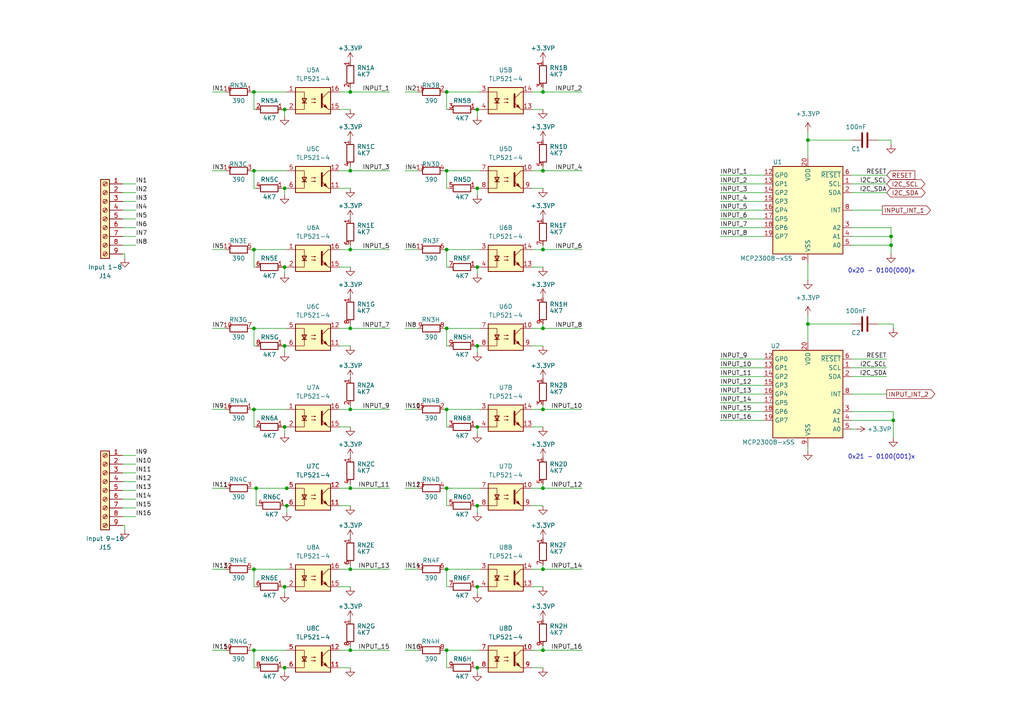
<source format=kicad_sch>
(kicad_sch (version 20230121) (generator eeschema)
  (paper "A4")
  (junction (at 101.6 95.25))
  (junction (at 138.43 31.75))
  (junction (at 129.54 141.605))
  (junction (at 234.315 93.98))
  (junction (at 138.43 77.47))
  (junction (at 82.55 193.675))
  (junction (at 157.48 118.745))
  (junction (at 82.55 100.33))
  (junction (at 259.08 121.92))
  (junction (at 83.185 146.685))
  (junction (at 73.66 165.1))
  (junction (at 82.55 170.18))
  (junction (at 74.295 141.605))
  (junction (at 73.66 118.745))
  (junction (at 138.43 100.33))
  (junction (at 157.48 188.595))
  (junction (at 234.315 40.64))
  (junction (at 258.445 71.12))
  (junction (at 101.6 188.595))
  (junction (at 129.54 118.745))
  (junction (at 101.6 72.39))
  (junction (at 73.66 72.39))
  (junction (at 101.6 26.67))
  (junction (at 138.43 54.61))
  (junction (at 82.55 31.75))
  (junction (at 157.48 49.53))
  (junction (at 83.185 141.605))
  (junction (at 157.48 165.1))
  (junction (at 73.66 95.25))
  (junction (at 157.48 26.67))
  (junction (at 157.48 141.605))
  (junction (at 138.43 193.675))
  (junction (at 129.54 72.39))
  (junction (at 129.54 188.595))
  (junction (at 138.43 123.825))
  (junction (at 101.6 118.745))
  (junction (at 101.6 49.53))
  (junction (at 138.43 170.18))
  (junction (at 82.55 77.47))
  (junction (at 101.6 165.1))
  (junction (at 129.54 49.53))
  (junction (at 73.66 188.595))
  (junction (at 157.48 95.25))
  (junction (at 157.48 72.39))
  (junction (at 129.54 165.1))
  (junction (at 82.55 123.825))
  (junction (at 73.66 49.53))
  (junction (at 82.55 54.61))
  (junction (at 129.54 95.25))
  (junction (at 138.43 146.685))
  (junction (at 258.445 68.58))
  (junction (at 101.6 141.605))
  (junction (at 129.54 26.67))
  (junction (at 73.66 26.67))
  (wire (pts (xy 157.48 49.53) (xy 168.91 49.53)))
  (wire (pts (xy 39.37 66.04) (xy 35.56 66.04)))
  (wire (pts (xy 82.55 31.75) (xy 83.185 31.75)))
  (wire (pts (xy 157.48 187.325) (xy 157.48 188.595)))
  (wire (pts (xy 73.025 165.1) (xy 73.66 165.1)))
  (wire (pts (xy 83.185 146.685) (xy 83.185 148.59)))
  (wire (pts (xy 39.37 58.42) (xy 35.56 58.42)))
  (wire (pts (xy 73.025 141.605) (xy 74.295 141.605)))
  (wire (pts (xy 154.305 49.53) (xy 157.48 49.53)))
  (wire (pts (xy 73.66 54.61) (xy 73.66 49.53)))
  (wire (pts (xy 101.6 123.825) (xy 98.425 123.825)))
  (wire (pts (xy 65.405 118.745) (xy 61.595 118.745)))
  (wire (pts (xy 39.37 71.12) (xy 35.56 71.12)))
  (wire (pts (xy 258.445 71.12) (xy 258.445 73.66)))
  (wire (pts (xy 130.175 100.33) (xy 129.54 100.33)))
  (wire (pts (xy 221.615 121.92) (xy 208.915 121.92)))
  (wire (pts (xy 81.915 77.47) (xy 82.55 77.47)))
  (wire (pts (xy 101.6 71.12) (xy 101.6 72.39)))
  (wire (pts (xy 137.795 123.825) (xy 138.43 123.825)))
  (wire (pts (xy 138.43 31.75) (xy 138.43 33.655)))
  (wire (pts (xy 101.6 163.83) (xy 101.6 165.1)))
  (wire (pts (xy 129.54 123.825) (xy 129.54 118.745)))
  (wire (pts (xy 101.6 95.25) (xy 113.03 95.25)))
  (wire (pts (xy 157.48 140.335) (xy 157.48 141.605)))
  (wire (pts (xy 138.43 123.825) (xy 138.43 125.73)))
  (wire (pts (xy 73.66 72.39) (xy 83.185 72.39)))
  (wire (pts (xy 73.025 72.39) (xy 73.66 72.39)))
  (wire (pts (xy 73.66 118.745) (xy 83.185 118.745)))
  (wire (pts (xy 101.6 93.98) (xy 101.6 95.25)))
  (wire (pts (xy 74.93 146.685) (xy 74.295 146.685)))
  (wire (pts (xy 234.315 38.1) (xy 234.315 40.64)))
  (wire (pts (xy 73.66 26.67) (xy 83.185 26.67)))
  (wire (pts (xy 138.43 77.47) (xy 139.065 77.47)))
  (wire (pts (xy 74.295 193.675) (xy 73.66 193.675)))
  (wire (pts (xy 101.6 146.685) (xy 98.425 146.685)))
  (wire (pts (xy 221.615 104.14) (xy 208.915 104.14)))
  (wire (pts (xy 157.48 141.605) (xy 168.91 141.605)))
  (wire (pts (xy 82.55 100.33) (xy 83.185 100.33)))
  (wire (pts (xy 138.43 193.675) (xy 139.065 193.675)))
  (wire (pts (xy 137.795 100.33) (xy 138.43 100.33)))
  (wire (pts (xy 101.6 141.605) (xy 113.03 141.605)))
  (wire (pts (xy 258.445 66.04) (xy 247.015 66.04)))
  (wire (pts (xy 74.295 77.47) (xy 73.66 77.47)))
  (wire (pts (xy 257.175 104.14) (xy 247.015 104.14)))
  (wire (pts (xy 138.43 146.685) (xy 139.065 146.685)))
  (wire (pts (xy 65.405 188.595) (xy 61.595 188.595)))
  (wire (pts (xy 137.795 77.47) (xy 138.43 77.47)))
  (wire (pts (xy 157.48 118.745) (xy 168.91 118.745)))
  (wire (pts (xy 154.305 95.25) (xy 157.48 95.25)))
  (wire (pts (xy 138.43 100.33) (xy 138.43 102.235)))
  (wire (pts (xy 221.615 114.3) (xy 208.915 114.3)))
  (wire (pts (xy 65.405 95.25) (xy 61.595 95.25)))
  (wire (pts (xy 101.6 26.67) (xy 113.03 26.67)))
  (wire (pts (xy 157.48 31.75) (xy 154.305 31.75)))
  (wire (pts (xy 257.175 114.3) (xy 247.015 114.3)))
  (wire (pts (xy 39.37 142.24) (xy 35.56 142.24)))
  (wire (pts (xy 83.185 146.685) (xy 83.82 146.685)))
  (wire (pts (xy 154.305 165.1) (xy 157.48 165.1)))
  (wire (pts (xy 128.905 118.745) (xy 129.54 118.745)))
  (wire (pts (xy 73.66 193.675) (xy 73.66 188.595)))
  (wire (pts (xy 39.37 134.62) (xy 35.56 134.62)))
  (wire (pts (xy 128.905 49.53) (xy 129.54 49.53)))
  (wire (pts (xy 121.285 26.67) (xy 117.475 26.67)))
  (wire (pts (xy 138.43 170.18) (xy 138.43 172.085)))
  (wire (pts (xy 39.37 63.5) (xy 35.56 63.5)))
  (wire (pts (xy 101.6 187.325) (xy 101.6 188.595)))
  (wire (pts (xy 157.48 193.675) (xy 154.305 193.675)))
  (wire (pts (xy 221.615 53.34) (xy 208.915 53.34)))
  (wire (pts (xy 247.015 71.12) (xy 258.445 71.12)))
  (wire (pts (xy 73.66 95.25) (xy 83.185 95.25)))
  (wire (pts (xy 74.295 123.825) (xy 73.66 123.825)))
  (wire (pts (xy 101.6 54.61) (xy 98.425 54.61)))
  (wire (pts (xy 98.425 118.745) (xy 101.6 118.745)))
  (wire (pts (xy 248.285 124.46) (xy 247.015 124.46)))
  (wire (pts (xy 138.43 54.61) (xy 139.065 54.61)))
  (wire (pts (xy 73.025 26.67) (xy 73.66 26.67)))
  (wire (pts (xy 39.37 68.58) (xy 35.56 68.58)))
  (wire (pts (xy 98.425 95.25) (xy 101.6 95.25)))
  (wire (pts (xy 157.48 146.685) (xy 154.305 146.685)))
  (wire (pts (xy 73.025 95.25) (xy 73.66 95.25)))
  (wire (pts (xy 117.475 49.53) (xy 121.285 49.53)))
  (wire (pts (xy 157.48 25.4) (xy 157.48 26.67)))
  (wire (pts (xy 98.425 72.39) (xy 101.6 72.39)))
  (wire (pts (xy 65.405 72.39) (xy 61.595 72.39)))
  (wire (pts (xy 98.425 188.595) (xy 101.6 188.595)))
  (wire (pts (xy 157.48 95.25) (xy 168.91 95.25)))
  (wire (pts (xy 101.6 170.18) (xy 98.425 170.18)))
  (wire (pts (xy 101.6 193.675) (xy 98.425 193.675)))
  (wire (pts (xy 36.195 73.66) (xy 36.195 74.93)))
  (wire (pts (xy 101.6 31.75) (xy 98.425 31.75)))
  (wire (pts (xy 157.48 54.61) (xy 154.305 54.61)))
  (wire (pts (xy 65.405 165.1) (xy 61.595 165.1)))
  (wire (pts (xy 73.66 123.825) (xy 73.66 118.745)))
  (wire (pts (xy 73.66 188.595) (xy 83.185 188.595)))
  (wire (pts (xy 157.48 93.98) (xy 157.48 95.25)))
  (wire (pts (xy 129.54 193.675) (xy 129.54 188.595)))
  (wire (pts (xy 98.425 165.1) (xy 101.6 165.1)))
  (wire (pts (xy 138.43 100.33) (xy 139.065 100.33)))
  (wire (pts (xy 129.54 118.745) (xy 139.065 118.745)))
  (wire (pts (xy 82.55 54.61) (xy 83.185 54.61)))
  (wire (pts (xy 157.48 48.26) (xy 157.48 49.53)))
  (wire (pts (xy 121.285 95.25) (xy 117.475 95.25)))
  (wire (pts (xy 73.66 165.1) (xy 83.185 165.1)))
  (wire (pts (xy 36.195 152.4) (xy 36.195 153.67)))
  (wire (pts (xy 129.54 54.61) (xy 129.54 49.53)))
  (wire (pts (xy 82.55 77.47) (xy 82.55 79.375)))
  (wire (pts (xy 81.915 100.33) (xy 82.55 100.33)))
  (wire (pts (xy 39.37 149.86) (xy 35.56 149.86)))
  (wire (pts (xy 73.66 77.47) (xy 73.66 72.39)))
  (wire (pts (xy 254.635 40.64) (xy 258.445 40.64)))
  (wire (pts (xy 35.56 73.66) (xy 36.195 73.66)))
  (wire (pts (xy 137.795 193.675) (xy 138.43 193.675)))
  (wire (pts (xy 137.795 170.18) (xy 138.43 170.18)))
  (wire (pts (xy 130.175 193.675) (xy 129.54 193.675)))
  (wire (pts (xy 129.54 170.18) (xy 129.54 165.1)))
  (wire (pts (xy 137.795 54.61) (xy 138.43 54.61)))
  (wire (pts (xy 129.54 146.685) (xy 129.54 141.605)))
  (wire (pts (xy 259.08 93.98) (xy 259.08 95.25)))
  (wire (pts (xy 98.425 26.67) (xy 101.6 26.67)))
  (wire (pts (xy 101.6 188.595) (xy 113.03 188.595)))
  (wire (pts (xy 81.915 54.61) (xy 82.55 54.61)))
  (wire (pts (xy 154.305 118.745) (xy 157.48 118.745)))
  (wire (pts (xy 82.55 123.825) (xy 82.55 125.73)))
  (wire (pts (xy 259.08 119.38) (xy 259.08 121.92)))
  (wire (pts (xy 83.185 141.605) (xy 83.82 141.605)))
  (wire (pts (xy 259.08 121.92) (xy 259.08 127)))
  (wire (pts (xy 157.48 77.47) (xy 154.305 77.47)))
  (wire (pts (xy 82.55 77.47) (xy 83.185 77.47)))
  (wire (pts (xy 39.37 137.16) (xy 35.56 137.16)))
  (wire (pts (xy 138.43 146.685) (xy 138.43 148.59)))
  (wire (pts (xy 247.015 93.98) (xy 234.315 93.98)))
  (wire (pts (xy 138.43 123.825) (xy 139.065 123.825)))
  (wire (pts (xy 257.175 53.34) (xy 247.015 53.34)))
  (wire (pts (xy 221.615 68.58) (xy 208.915 68.58)))
  (wire (pts (xy 82.55 146.685) (xy 83.185 146.685)))
  (wire (pts (xy 74.295 100.33) (xy 73.66 100.33)))
  (wire (pts (xy 82.55 170.18) (xy 83.185 170.18)))
  (wire (pts (xy 82.55 31.75) (xy 82.55 33.655)))
  (wire (pts (xy 247.015 121.92) (xy 259.08 121.92)))
  (wire (pts (xy 221.615 55.88) (xy 208.915 55.88)))
  (wire (pts (xy 101.6 165.1) (xy 113.03 165.1)))
  (wire (pts (xy 255.905 60.96) (xy 247.015 60.96)))
  (wire (pts (xy 39.37 60.96) (xy 35.56 60.96)))
  (wire (pts (xy 81.915 31.75) (xy 82.55 31.75)))
  (wire (pts (xy 129.54 49.53) (xy 139.065 49.53)))
  (wire (pts (xy 73.66 31.75) (xy 73.66 26.67)))
  (wire (pts (xy 121.285 118.745) (xy 117.475 118.745)))
  (wire (pts (xy 81.915 123.825) (xy 82.55 123.825)))
  (wire (pts (xy 129.54 188.595) (xy 139.065 188.595)))
  (wire (pts (xy 81.915 193.675) (xy 82.55 193.675)))
  (wire (pts (xy 130.175 123.825) (xy 129.54 123.825)))
  (wire (pts (xy 257.175 106.68) (xy 247.015 106.68)))
  (wire (pts (xy 234.315 130.81) (xy 234.315 129.54)))
  (wire (pts (xy 154.305 26.67) (xy 157.48 26.67)))
  (wire (pts (xy 154.305 188.595) (xy 157.48 188.595)))
  (wire (pts (xy 157.48 117.475) (xy 157.48 118.745)))
  (wire (pts (xy 39.37 53.34) (xy 35.56 53.34)))
  (wire (pts (xy 234.315 93.98) (xy 234.315 99.06)))
  (wire (pts (xy 98.425 141.605) (xy 101.6 141.605)))
  (wire (pts (xy 73.66 49.53) (xy 83.185 49.53)))
  (wire (pts (xy 82.55 100.33) (xy 82.55 102.235)))
  (wire (pts (xy 138.43 31.75) (xy 139.065 31.75)))
  (wire (pts (xy 128.905 72.39) (xy 129.54 72.39)))
  (wire (pts (xy 157.48 163.83) (xy 157.48 165.1)))
  (wire (pts (xy 121.285 188.595) (xy 117.475 188.595)))
  (wire (pts (xy 254.635 93.98) (xy 259.08 93.98)))
  (wire (pts (xy 221.615 116.84) (xy 208.915 116.84)))
  (wire (pts (xy 101.6 72.39) (xy 113.03 72.39)))
  (wire (pts (xy 82.55 193.675) (xy 83.185 193.675)))
  (wire (pts (xy 234.315 76.2) (xy 234.315 81.28)))
  (wire (pts (xy 65.405 49.53) (xy 61.595 49.53)))
  (wire (pts (xy 65.405 26.67) (xy 61.595 26.67)))
  (wire (pts (xy 101.6 25.4) (xy 101.6 26.67)))
  (wire (pts (xy 257.175 50.8) (xy 247.015 50.8)))
  (wire (pts (xy 138.43 77.47) (xy 138.43 79.375)))
  (wire (pts (xy 121.285 72.39) (xy 117.475 72.39)))
  (wire (pts (xy 73.025 118.745) (xy 73.66 118.745)))
  (wire (pts (xy 73.025 49.53) (xy 73.66 49.53)))
  (wire (pts (xy 39.37 139.7) (xy 35.56 139.7)))
  (wire (pts (xy 73.025 188.595) (xy 73.66 188.595)))
  (wire (pts (xy 221.615 111.76) (xy 208.915 111.76)))
  (wire (pts (xy 74.295 54.61) (xy 73.66 54.61)))
  (wire (pts (xy 258.445 66.04) (xy 258.445 68.58)))
  (wire (pts (xy 39.37 55.88) (xy 35.56 55.88)))
  (wire (pts (xy 221.615 58.42) (xy 208.915 58.42)))
  (wire (pts (xy 129.54 95.25) (xy 139.065 95.25)))
  (wire (pts (xy 157.48 170.18) (xy 154.305 170.18)))
  (wire (pts (xy 65.405 141.605) (xy 61.595 141.605)))
  (wire (pts (xy 73.66 100.33) (xy 73.66 95.25)))
  (wire (pts (xy 258.445 68.58) (xy 258.445 71.12)))
  (wire (pts (xy 74.295 31.75) (xy 73.66 31.75)))
  (wire (pts (xy 101.6 100.33) (xy 98.425 100.33)))
  (wire (pts (xy 101.6 117.475) (xy 101.6 118.745)))
  (wire (pts (xy 82.55 170.18) (xy 82.55 172.085)))
  (wire (pts (xy 74.295 141.605) (xy 83.185 141.605)))
  (wire (pts (xy 154.305 141.605) (xy 157.48 141.605)))
  (wire (pts (xy 130.175 146.685) (xy 129.54 146.685)))
  (wire (pts (xy 130.175 77.47) (xy 129.54 77.47)))
  (wire (pts (xy 129.54 141.605) (xy 139.065 141.605)))
  (wire (pts (xy 157.48 72.39) (xy 168.91 72.39)))
  (wire (pts (xy 101.6 77.47) (xy 98.425 77.47)))
  (wire (pts (xy 258.445 40.64) (xy 258.445 41.91)))
  (wire (pts (xy 74.295 170.18) (xy 73.66 170.18)))
  (wire (pts (xy 137.795 31.75) (xy 138.43 31.75)))
  (wire (pts (xy 128.905 141.605) (xy 129.54 141.605)))
  (wire (pts (xy 101.6 48.26) (xy 101.6 49.53)))
  (wire (pts (xy 101.6 118.745) (xy 113.03 118.745)))
  (wire (pts (xy 221.615 60.96) (xy 208.915 60.96)))
  (wire (pts (xy 129.54 165.1) (xy 139.065 165.1)))
  (wire (pts (xy 101.6 140.335) (xy 101.6 141.605)))
  (wire (pts (xy 130.175 170.18) (xy 129.54 170.18)))
  (wire (pts (xy 129.54 26.67) (xy 139.065 26.67)))
  (wire (pts (xy 221.615 66.04) (xy 208.915 66.04)))
  (wire (pts (xy 130.175 31.75) (xy 129.54 31.75)))
  (wire (pts (xy 234.315 91.44) (xy 234.315 93.98)))
  (wire (pts (xy 221.615 119.38) (xy 208.915 119.38)))
  (wire (pts (xy 157.48 188.595) (xy 168.91 188.595)))
  (wire (pts (xy 157.48 100.33) (xy 154.305 100.33)))
  (wire (pts (xy 82.55 123.825) (xy 83.185 123.825)))
  (wire (pts (xy 129.54 31.75) (xy 129.54 26.67)))
  (wire (pts (xy 128.905 165.1) (xy 129.54 165.1)))
  (wire (pts (xy 221.615 63.5) (xy 208.915 63.5)))
  (wire (pts (xy 221.615 109.22) (xy 208.915 109.22)))
  (wire (pts (xy 82.55 54.61) (xy 82.55 56.515)))
  (wire (pts (xy 157.48 26.67) (xy 168.91 26.67)))
  (wire (pts (xy 157.48 165.1) (xy 168.91 165.1)))
  (wire (pts (xy 137.795 146.685) (xy 138.43 146.685)))
  (wire (pts (xy 101.6 49.53) (xy 113.03 49.53)))
  (wire (pts (xy 39.37 147.32) (xy 35.56 147.32)))
  (wire (pts (xy 129.54 77.47) (xy 129.54 72.39)))
  (wire (pts (xy 121.285 165.1) (xy 117.475 165.1)))
  (wire (pts (xy 81.915 170.18) (xy 82.55 170.18)))
  (wire (pts (xy 74.295 146.685) (xy 74.295 141.605)))
  (wire (pts (xy 221.615 50.8) (xy 208.915 50.8)))
  (wire (pts (xy 128.905 95.25) (xy 129.54 95.25)))
  (wire (pts (xy 157.48 71.12) (xy 157.48 72.39)))
  (wire (pts (xy 129.54 72.39) (xy 139.065 72.39)))
  (wire (pts (xy 121.285 141.605) (xy 117.475 141.605)))
  (wire (pts (xy 234.315 40.64) (xy 234.315 45.72)))
  (wire (pts (xy 128.905 188.595) (xy 129.54 188.595)))
  (wire (pts (xy 138.43 170.18) (xy 139.065 170.18)))
  (wire (pts (xy 35.56 152.4) (xy 36.195 152.4)))
  (wire (pts (xy 82.55 193.675) (xy 82.55 194.945)))
  (wire (pts (xy 154.305 72.39) (xy 157.48 72.39)))
  (wire (pts (xy 157.48 123.825) (xy 154.305 123.825)))
  (wire (pts (xy 221.615 106.68) (xy 208.915 106.68)))
  (wire (pts (xy 128.905 26.67) (xy 129.54 26.67)))
  (wire (pts (xy 138.43 193.675) (xy 138.43 194.945)))
  (wire (pts (xy 138.43 54.61) (xy 138.43 56.515)))
  (wire (pts (xy 39.37 132.08) (xy 35.56 132.08)))
  (wire (pts (xy 247.015 40.64) (xy 234.315 40.64)))
  (wire (pts (xy 98.425 49.53) (xy 101.6 49.53)))
  (wire (pts (xy 247.015 68.58) (xy 258.445 68.58)))
  (wire (pts (xy 73.66 170.18) (xy 73.66 165.1)))
  (wire (pts (xy 39.37 144.78) (xy 35.56 144.78)))
  (wire (pts (xy 129.54 100.33) (xy 129.54 95.25)))
  (wire (pts (xy 257.175 55.88) (xy 247.015 55.88)))
  (wire (pts (xy 259.08 119.38) (xy 247.015 119.38)))
  (wire (pts (xy 130.175 54.61) (xy 129.54 54.61)))
  (wire (pts (xy 257.175 109.22) (xy 247.015 109.22)))
  (text "0x21 - 0100(001)x" (at 265.43 133.35 0) (effects (font (size 1.27 1.27)) (justify right bottom)))
  (text "0x20 - 0100(000)x" (at 265.43 79.375 0) (effects (font (size 1.27 1.27)) (justify right bottom)))
  (label "IN3" (at 61.595 49.53 0))
  (label "IN16" (at 39.37 149.86 0))
  (label "INPUT_11" (at 113.03 141.605 180))
  (label "IN1" (at 39.37 53.34 0))
  (label "INPUT_16" (at 168.91 188.595 180))
  (label "I2C_SCL" (at 257.175 106.68 180))
  (label "INPUT_8" (at 208.915 68.58 0))
  (label "IN8" (at 39.37 71.12 0))
  (label "IN13" (at 61.595 165.1 0))
  (label "IN10" (at 39.37 134.62 0))
  (label "RESET" (at 257.175 50.8 180))
  (label "IN2" (at 39.37 55.88 0))
  (label "INPUT_11" (at 208.915 109.22 0))
  (label "IN9" (at 39.37 132.08 0))
  (label "IN12" (at 117.475 141.605 0))
  (label "INPUT_5" (at 208.915 60.96 0))
  (label "INPUT_15" (at 113.03 188.595 180))
  (label "INPUT_9" (at 113.03 118.745 180))
  (label "IN8" (at 117.475 95.25 0))
  (label "INPUT_7" (at 113.03 95.25 180))
  (label "INPUT_13" (at 113.03 165.1 180))
  (label "INPUT_1" (at 208.915 50.8 0))
  (label "IN16" (at 117.475 188.595 0))
  (label "IN13" (at 39.37 142.24 0))
  (label "IN15" (at 39.37 147.32 0))
  (label "I2C_SCL" (at 257.175 53.34 180))
  (label "IN14" (at 117.475 165.1 0))
  (label "INPUT_13" (at 208.915 114.3 0))
  (label "INPUT_15" (at 208.915 119.38 0))
  (label "INPUT_2" (at 208.915 53.34 0))
  (label "I2C_SDA" (at 257.175 55.88 180))
  (label "INPUT_8" (at 168.91 95.25 180))
  (label "INPUT_12" (at 168.91 141.605 180))
  (label "INPUT_12" (at 208.915 111.76 0))
  (label "INPUT_5" (at 113.03 72.39 180))
  (label "INPUT_9" (at 208.915 104.14 0))
  (label "IN7" (at 61.595 95.25 0))
  (label "IN5" (at 39.37 63.5 0))
  (label "IN6" (at 117.475 72.39 0))
  (label "RESET" (at 257.175 104.14 180))
  (label "IN15" (at 61.595 188.595 0))
  (label "I2C_SDA" (at 257.175 109.22 180))
  (label "INPUT_6" (at 168.91 72.39 180))
  (label "INPUT_4" (at 208.915 58.42 0))
  (label "INPUT_4" (at 168.91 49.53 180))
  (label "IN4" (at 117.475 49.53 0))
  (label "INPUT_1" (at 113.03 26.67 180))
  (label "IN11" (at 61.595 141.605 0))
  (label "IN3" (at 39.37 58.42 0))
  (label "INPUT_7" (at 208.915 66.04 0))
  (label "INPUT_2" (at 168.91 26.67 180))
  (label "INPUT_16" (at 208.915 121.92 0))
  (label "IN6" (at 39.37 66.04 0))
  (label "IN4" (at 39.37 60.96 0))
  (label "IN1" (at 61.595 26.67 0))
  (label "IN14" (at 39.37 144.78 0))
  (label "IN10" (at 117.475 118.745 0))
  (label "INPUT_14" (at 168.91 165.1 180))
  (label "INPUT_3" (at 113.03 49.53 180))
  (label "INPUT_10" (at 208.915 106.68 0))
  (label "INPUT_10" (at 168.91 118.745 180))
  (label "IN7" (at 39.37 68.58 0))
  (label "IN12" (at 39.37 139.7 0))
  (label "IN11" (at 39.37 137.16 0))
  (label "IN5" (at 61.595 72.39 0))
  (label "IN9" (at 61.595 118.745 0))
  (label "INPUT_6" (at 208.915 63.5 0))
  (label "INPUT_3" (at 208.915 55.88 0))
  (label "IN2" (at 117.475 26.67 0))
  (label "INPUT_14" (at 208.915 116.84 0))
  (global_label "RESET" (shape input) (at 257.175 50.8 0) (property "Intersheetrefs" "${INTERSHEET_REFS}" (effects hide)))
  (global_label "I2C_SDA" (shape bidirectional) (at 257.175 55.88 0) (property "Intersheetrefs" "${INTERSHEET_REFS}" (effects hide)))
  (global_label "INPUT_INT_2" (shape output) (at 257.175 114.3 0) (property "Intersheetrefs" "${INTERSHEET_REFS}" (effects hide)))
  (global_label "I2C_SCL" (shape bidirectional) (at 257.175 53.34 0) (property "Intersheetrefs" "${INTERSHEET_REFS}" (effects hide)))
  (global_label "INPUT_INT_1" (shape output) (at 255.905 60.96 0) (property "Intersheetrefs" "${INTERSHEET_REFS}" (effects hide)))
  (symbol (lib_id "power:+3.3VP") (at 157.48 132.715 0) (mirror y) (unit 1)
    (property "Reference" "#PWR032" (effects hide))
    (property "Value" "+3.3VP" (at 157.48 128.905 0))
  )
  (symbol (lib_id "Device:R_Pack08_Split") (at 125.095 188.595 90) (unit 8)
    (property "Reference" "RN4" (at 127.635 186.055 90) (effects (justify left)))
    (property "Value" "390" (at 127 191.135 90) (effects (justify left)))
    (property "Footprint" "Package_SO:SOIC-16_4.55x10.3mm_P1.27mm" (effects hide))
    (property "Digikey" "4816P-1-391LF" (effects hide))
  )
  (symbol (lib_id "power:GND") (at 234.315 130.81 0) (mirror y) (unit 1)
    (property "Reference" "#PWR0103" (effects hide))
    (property "Value" "GND" (effects hide))
  )
  (symbol (lib_id "Isolator:TLP291-4") (at 90.805 167.64 0) (unit 1)
    (property "Reference" "U8" (at 90.805 158.75 0))
    (property "Value" "TLP521-4" (at 90.805 161.29 0))
    (property "Footprint" "Package_SO:SOIC-16_4.55x10.3mm_P1.27mm" (effects hide))
    (property "Datasheet" "https://toshiba.semicon-storage.com/info/docget.jsp?did=12858&prodName=TLP291-4" (effects hide))
  )
  (symbol (lib_id "power:+3.3VP") (at 234.315 38.1 0) (mirror y) (unit 1)
    (property "Reference" "#PWR018" (effects hide))
    (property "Value" "+3.3VP" (at 234.315 33.02 0))
  )
  (symbol (lib_id "Device:R_Network08_Split") (at 101.6 21.59 0) (unit 1)
    (property "Reference" "RN1" (at 103.505 19.685 0) (effects (justify left)))
    (property "Value" "4K7" (at 103.505 21.59 0) (effects (justify left)))
    (property "Footprint" "Resistor_THT:R_Array_SIP9" (effects hide))
    (property "Datasheet" "http://www.vishay.com/docs/31509/csc.pdf" (effects hide))
  )
  (symbol (lib_id "Device:R_Network08_Split") (at 133.985 54.61 270) (mirror x) (unit 4)
    (property "Reference" "RN5" (at 131.445 52.07 90) (effects (justify left)))
    (property "Value" "4K7" (at 132.08 57.15 90) (effects (justify left)))
    (property "Footprint" "Resistor_THT:R_Array_SIP9" (effects hide))
    (property "Datasheet" "http://www.vishay.com/docs/31509/csc.pdf" (effects hide))
  )
  (symbol (lib_id "power:GND") (at 82.55 102.235 0) (unit 1)
    (property "Reference" "#PWR0128" (effects hide))
    (property "Value" "GND" (effects hide))
  )
  (symbol (lib_id "power:GND") (at 259.08 127 0) (mirror y) (unit 1)
    (property "Reference" "#PWR013" (effects hide))
    (property "Value" "GND" (effects hide))
  )
  (symbol (lib_id "power:GND") (at 157.48 146.685 0) (unit 1)
    (property "Reference" "#PWR020" (effects hide))
    (property "Value" "GND" (effects hide))
  )
  (symbol (lib_id "Isolator:TLP291-4") (at 90.805 29.21 0) (unit 1)
    (property "Reference" "U5" (at 90.805 20.32 0))
    (property "Value" "TLP521-4" (at 90.805 22.86 0))
    (property "Footprint" "Package_SO:SOIC-16_4.55x10.3mm_P1.27mm" (effects hide))
    (property "Datasheet" "https://toshiba.semicon-storage.com/info/docget.jsp?did=12858&prodName=TLP291-4" (effects hide))
  )
  (symbol (lib_id "power:+3.3VP") (at 248.285 124.46 270) (mirror x) (unit 1)
    (property "Reference" "#PWR017" (effects hide))
    (property "Value" "+3.3VP" (at 251.46 124.46 90) (effects (justify left)))
  )
  (symbol (lib_id "power:GND") (at 138.43 148.59 0) (unit 1)
    (property "Reference" "#PWR0133" (effects hide))
    (property "Value" "GND" (effects hide))
  )
  (symbol (lib_id "power:GND") (at 157.48 170.18 0) (unit 1)
    (property "Reference" "#PWR0105" (effects hide))
    (property "Value" "GND" (effects hide))
  )
  (symbol (lib_id "Device:R_Pack08_Split") (at 125.095 165.1 90) (unit 6)
    (property "Reference" "RN4" (at 127.635 162.56 90) (effects (justify left)))
    (property "Value" "390" (at 127 167.64 90) (effects (justify left)))
    (property "Footprint" "Package_SO:SOIC-16_4.55x10.3mm_P1.27mm" (effects hide))
    (property "Digikey" "4816P-1-391LF" (effects hide))
  )
  (symbol (lib_id "power:GND") (at 101.6 77.47 0) (unit 1)
    (property "Reference" "#PWR0114" (effects hide))
    (property "Value" "GND" (effects hide))
  )
  (symbol (lib_id "Device:R_Network08_Split") (at 78.105 77.47 270) (mirror x) (unit 5)
    (property "Reference" "RN5" (at 75.565 74.93 90) (effects (justify left)))
    (property "Value" "4K7" (at 76.2 80.01 90) (effects (justify left)))
    (property "Footprint" "Resistor_THT:R_Array_SIP9" (effects hide))
    (property "Datasheet" "http://www.vishay.com/docs/31509/csc.pdf" (effects hide))
  )
  (symbol (lib_id "Device:R_Network08_Split") (at 133.985 146.685 270) (mirror x) (unit 4)
    (property "Reference" "RN6" (at 131.445 144.145 90) (effects (justify left)))
    (property "Value" "4K7" (at 132.08 149.225 90) (effects (justify left)))
    (property "Footprint" "Resistor_THT:R_Array_SIP9" (effects hide))
    (property "Datasheet" "http://www.vishay.com/docs/31509/csc.pdf" (effects hide))
  )
  (symbol (lib_id "Device:R_Network08_Split") (at 78.74 146.685 270) (mirror x) (unit 3)
    (property "Reference" "RN6" (at 76.2 144.145 90) (effects (justify left)))
    (property "Value" "4K7" (at 76.835 149.225 90) (effects (justify left)))
    (property "Footprint" "Resistor_THT:R_Array_SIP9" (effects hide))
    (property "Datasheet" "http://www.vishay.com/docs/31509/csc.pdf" (effects hide))
  )
  (symbol (lib_id "Device:R_Network08_Split") (at 78.105 123.825 270) (mirror x) (unit 1)
    (property "Reference" "RN6" (at 75.565 121.285 90) (effects (justify left)))
    (property "Value" "4K7" (at 76.2 126.365 90) (effects (justify left)))
    (property "Footprint" "Resistor_THT:R_Array_SIP9" (effects hide))
    (property "Datasheet" "http://www.vishay.com/docs/31509/csc.pdf" (effects hide))
  )
  (symbol (lib_id "power:+3.3VP") (at 101.6 132.715 0) (mirror y) (unit 1)
    (property "Reference" "#PWR031" (effects hide))
    (property "Value" "+3.3VP" (at 101.6 128.905 0))
  )
  (symbol (lib_id "Isolator:TLP291-4") (at 90.805 191.135 0) (unit 3)
    (property "Reference" "U8" (at 90.805 182.245 0))
    (property "Value" "TLP521-4" (at 90.805 184.785 0))
    (property "Footprint" "Package_SO:SOIC-16_4.55x10.3mm_P1.27mm" (effects hide))
    (property "Datasheet" "https://toshiba.semicon-storage.com/info/docget.jsp?did=12858&prodName=TLP291-4" (effects hide))
  )
  (symbol (lib_id "Isolator:TLP291-4") (at 146.685 121.285 0) (unit 2)
    (property "Reference" "U7" (at 146.685 112.395 0))
    (property "Value" "TLP521-4" (at 146.685 114.935 0))
    (property "Footprint" "Package_SO:SOIC-16_4.55x10.3mm_P1.27mm" (effects hide))
    (property "Datasheet" "https://toshiba.semicon-storage.com/info/docget.jsp?did=12858&prodName=TLP291-4" (effects hide))
  )
  (symbol (lib_id "power:GND") (at 138.43 172.085 0) (unit 1)
    (property "Reference" "#PWR0134" (effects hide))
    (property "Value" "GND" (effects hide))
  )
  (symbol (lib_id "Device:R_Network08_Split") (at 157.48 90.17 0) (unit 8)
    (property "Reference" "RN1" (at 159.385 88.265 0) (effects (justify left)))
    (property "Value" "4K7" (at 159.385 90.17 0) (effects (justify left)))
    (property "Footprint" "Resistor_THT:R_Array_SIP9" (effects hide))
    (property "Datasheet" "http://www.vishay.com/docs/31509/csc.pdf" (effects hide))
  )
  (symbol (lib_id "power:+3.3VP") (at 101.6 63.5 0) (mirror y) (unit 1)
    (property "Reference" "#PWR025" (effects hide))
    (property "Value" "+3.3VP" (at 101.6 59.69 0))
  )
  (symbol (lib_id "power:GND") (at 157.48 77.47 0) (unit 1)
    (property "Reference" "#PWR0115" (effects hide))
    (property "Value" "GND" (effects hide))
  )
  (symbol (lib_id "Device:R_Network08_Split") (at 101.6 90.17 0) (unit 7)
    (property "Reference" "RN1" (at 103.505 88.265 0) (effects (justify left)))
    (property "Value" "4K7" (at 103.505 90.17 0) (effects (justify left)))
    (property "Footprint" "Resistor_THT:R_Array_SIP9" (effects hide))
    (property "Datasheet" "http://www.vishay.com/docs/31509/csc.pdf" (effects hide))
  )
  (symbol (lib_id "power:GND") (at 157.48 123.825 0) (unit 1)
    (property "Reference" "#PWR0111" (effects hide))
    (property "Value" "GND" (effects hide))
  )
  (symbol (lib_id "Isolator:TLP291-4") (at 90.805 144.145 0) (unit 3)
    (property "Reference" "U7" (at 90.805 135.255 0))
    (property "Value" "TLP521-4" (at 90.805 137.795 0))
    (property "Footprint" "Package_SO:SOIC-16_4.55x10.3mm_P1.27mm" (effects hide))
    (property "Datasheet" "https://toshiba.semicon-storage.com/info/docget.jsp?did=12858&prodName=TLP291-4" (effects hide))
  )
  (symbol (lib_id "power:GND") (at 101.6 146.685 0) (unit 1)
    (property "Reference" "#PWR0109" (effects hide))
    (property "Value" "GND" (effects hide))
  )
  (symbol (lib_id "Device:R_Network08_Split") (at 133.985 31.75 270) (mirror x) (unit 2)
    (property "Reference" "RN5" (at 131.445 29.21 90) (effects (justify left)))
    (property "Value" "4K7" (at 132.08 34.29 90) (effects (justify left)))
    (property "Footprint" "Resistor_THT:R_Array_SIP9" (effects hide))
    (property "Datasheet" "http://www.vishay.com/docs/31509/csc.pdf" (effects hide))
  )
  (symbol (lib_id "Device:R_Pack08_Split") (at 69.215 95.25 90) (unit 7)
    (property "Reference" "RN3" (at 71.755 92.71 90) (effects (justify left)))
    (property "Value" "390" (at 71.12 97.79 90) (effects (justify left)))
    (property "Footprint" "Package_SO:SOIC-16_4.55x10.3mm_P1.27mm" (effects hide))
    (property "Digikey" "4816P-1-391LF" (effects hide))
  )
  (symbol (lib_id "power:+3.3VP") (at 157.48 40.64 0) (mirror y) (unit 1)
    (property "Reference" "#PWR024" (effects hide))
    (property "Value" "+3.3VP" (at 157.48 36.83 0))
  )
  (symbol (lib_id "power:+3.3VP") (at 157.48 63.5 0) (mirror y) (unit 1)
    (property "Reference" "#PWR026" (effects hide))
    (property "Value" "+3.3VP" (at 157.48 59.69 0))
  )
  (symbol (lib_id "Isolator:TLP291-4") (at 146.685 167.64 0) (unit 2)
    (property "Reference" "U8" (at 146.685 158.75 0))
    (property "Value" "TLP521-4" (at 146.685 161.29 0))
    (property "Footprint" "Package_SO:SOIC-16_4.55x10.3mm_P1.27mm" (effects hide))
    (property "Datasheet" "https://toshiba.semicon-storage.com/info/docget.jsp?did=12858&prodName=TLP291-4" (effects hide))
  )
  (symbol (lib_id "Device:R_Network08_Split") (at 101.6 160.02 0) (unit 5)
    (property "Reference" "RN2" (at 103.505 158.115 0) (effects (justify left)))
    (property "Value" "4K7" (at 103.505 160.02 0) (effects (justify left)))
    (property "Footprint" "Resistor_THT:R_Array_SIP9" (effects hide))
    (property "Datasheet" "http://www.vishay.com/docs/31509/csc.pdf" (effects hide))
  )
  (symbol (lib_id "Device:R_Network08_Split") (at 133.985 77.47 270) (mirror x) (unit 6)
    (property "Reference" "RN5" (at 131.445 74.93 90) (effects (justify left)))
    (property "Value" "4K7" (at 132.08 80.01 90) (effects (justify left)))
    (property "Footprint" "Resistor_THT:R_Array_SIP9" (effects hide))
    (property "Datasheet" "http://www.vishay.com/docs/31509/csc.pdf" (effects hide))
  )
  (symbol (lib_id "power:GND") (at 101.6 193.675 0) (unit 1)
    (property "Reference" "#PWR0107" (effects hide))
    (property "Value" "GND" (effects hide))
  )
  (symbol (lib_id "power:+3.3VP") (at 157.48 156.21 0) (mirror y) (unit 1)
    (property "Reference" "#PWR034" (effects hide))
    (property "Value" "+3.3VP" (at 157.48 152.4 0))
  )
  (symbol (lib_id "Device:R_Pack08_Split") (at 69.215 49.53 90) (unit 3)
    (property "Reference" "RN3" (at 71.755 47.625 90) (effects (justify left)))
    (property "Value" "390" (at 71.12 52.07 90) (effects (justify left)))
    (property "Footprint" "Package_SO:SOIC-16_4.55x10.3mm_P1.27mm" (effects hide))
    (property "Digikey" "4816P-1-391LF" (effects hide))
  )
  (symbol (lib_id "Isolator:TLP291-4") (at 90.805 97.79 0) (unit 3)
    (property "Reference" "U6" (at 90.805 88.9 0))
    (property "Value" "TLP521-4" (at 90.805 91.44 0))
    (property "Footprint" "Package_SO:SOIC-16_4.55x10.3mm_P1.27mm" (effects hide))
    (property "Datasheet" "https://toshiba.semicon-storage.com/info/docget.jsp?did=12858&prodName=TLP291-4" (effects hide))
  )
  (symbol (lib_id "Device:R_Network08_Split") (at 157.48 113.665 0) (unit 2)
    (property "Reference" "RN2" (at 159.385 111.76 0) (effects (justify left)))
    (property "Value" "4K7" (at 159.385 113.665 0) (effects (justify left)))
    (property "Footprint" "Resistor_THT:R_Array_SIP9" (effects hide))
    (property "Datasheet" "http://www.vishay.com/docs/31509/csc.pdf" (effects hide))
  )
  (symbol (lib_id "power:GND") (at 82.55 194.945 0) (unit 1)
    (property "Reference" "#PWR0136" (effects hide))
    (property "Value" "GND" (effects hide))
  )
  (symbol (lib_id "power:GND") (at 234.315 81.28 0) (mirror y) (unit 1)
    (property "Reference" "#PWR0101" (effects hide))
    (property "Value" "GND" (effects hide))
  )
  (symbol (lib_id "Device:R_Network08_Split") (at 157.48 183.515 0) (unit 8)
    (property "Reference" "RN2" (at 159.385 181.61 0) (effects (justify left)))
    (property "Value" "4K7" (at 159.385 183.515 0) (effects (justify left)))
    (property "Footprint" "Resistor_THT:R_Array_SIP9" (effects hide))
    (property "Datasheet" "http://www.vishay.com/docs/31509/csc.pdf" (effects hide))
  )
  (symbol (lib_id "power:GND") (at 157.48 193.675 0) (unit 1)
    (property "Reference" "#PWR0108" (effects hide))
    (property "Value" "GND" (effects hide))
  )
  (symbol (lib_id "power:GND") (at 101.6 100.33 0) (unit 1)
    (property "Reference" "#PWR0112" (effects hide))
    (property "Value" "GND" (effects hide))
  )
  (symbol (lib_id "power:GND") (at 259.08 95.25 0) (mirror y) (unit 1)
    (property "Reference" "#PWR012" (effects hide))
    (property "Value" "GND" (effects hide))
  )
  (symbol (lib_id "Isolator:TLP291-4") (at 146.685 144.145 0) (unit 4)
    (property "Reference" "U7" (at 146.685 135.255 0))
    (property "Value" "TLP521-4" (at 146.685 137.795 0))
    (property "Footprint" "Package_SO:SOIC-16_4.55x10.3mm_P1.27mm" (effects hide))
    (property "Datasheet" "https://toshiba.semicon-storage.com/info/docget.jsp?did=12858&prodName=TLP291-4" (effects hide))
  )
  (symbol (lib_id "Device:R_Pack08_Split") (at 125.095 26.67 90) (unit 2)
    (property "Reference" "RN3" (at 127.635 24.765 90) (effects (justify left)))
    (property "Value" "390" (at 127 29.21 90) (effects (justify left)))
    (property "Footprint" "Package_SO:SOIC-16_4.55x10.3mm_P1.27mm" (effects hide))
    (property "Digikey" "4816P-1-391LF" (effects hide))
  )
  (symbol (lib_id "Device:R_Network08_Split") (at 101.6 136.525 0) (unit 3)
    (property "Reference" "RN2" (at 103.505 134.62 0) (effects (justify left)))
    (property "Value" "4K7" (at 103.505 136.525 0) (effects (justify left)))
    (property "Footprint" "Resistor_THT:R_Array_SIP9" (effects hide))
    (property "Datasheet" "http://www.vishay.com/docs/31509/csc.pdf" (effects hide))
  )
  (symbol (lib_id "Device:R_Network08_Split") (at 101.6 113.665 0) (unit 1)
    (property "Reference" "RN2" (at 103.505 111.76 0) (effects (justify left)))
    (property "Value" "4K7" (at 103.505 113.665 0) (effects (justify left)))
    (property "Footprint" "Resistor_THT:R_Array_SIP9" (effects hide))
    (property "Datasheet" "http://www.vishay.com/docs/31509/csc.pdf" (effects hide))
  )
  (symbol (lib_id "power:GND") (at 36.195 153.67 0) (mirror y) (unit 1)
    (property "Reference" "#PWR0121" (effects hide))
    (property "Value" "GND" (effects hide))
  )
  (symbol (lib_id "power:GND") (at 101.6 170.18 0) (unit 1)
    (property "Reference" "#PWR0106" (effects hide))
    (property "Value" "GND" (effects hide))
  )
  (symbol (lib_id "Device:R_Pack08_Split") (at 69.215 188.595 90) (unit 7)
    (property "Reference" "RN4" (at 71.755 186.055 90) (effects (justify left)))
    (property "Value" "390" (at 71.12 191.135 90) (effects (justify left)))
    (property "Footprint" "Package_SO:SOIC-16_4.55x10.3mm_P1.27mm" (effects hide))
    (property "Digikey" "4816P-1-391LF" (effects hide))
  )
  (symbol (lib_id "Device:R_Pack08_Split") (at 125.095 49.53 90) (unit 4)
    (property "Reference" "RN3" (at 127.635 47.625 90) (effects (justify left)))
    (property "Value" "390" (at 127 52.07 90) (effects (justify left)))
    (property "Footprint" "Package_SO:SOIC-16_4.55x10.3mm_P1.27mm" (effects hide))
    (property "Digikey" "4816P-1-391LF" (effects hide))
  )
  (symbol (lib_id "Connector:Screw_Terminal_01x09") (at 30.48 142.24 0) (mirror y) (unit 1)
    (property "Reference" "J15" (at 30.48 158.75 0))
    (property "Value" "Input 9-16" (at 30.48 156.21 0))
    (property "Footprint" "TerminalBlock_TE-Connectivity:TerminalBlock_TE_282834-9_1x09_P2.54mm_Horizontal" (effects hide))
  )
  (symbol (lib_id "Device:R_Pack08_Split") (at 69.215 72.39 90) (unit 5)
    (property "Reference" "RN3" (at 71.755 69.85 90) (effects (justify left)))
    (property "Value" "390" (at 71.12 74.93 90) (effects (justify left)))
    (property "Footprint" "Package_SO:SOIC-16_4.55x10.3mm_P1.27mm" (effects hide))
    (property "Digikey" "4816P-1-391LF" (effects hide))
  )
  (symbol (lib_id "Device:R_Network08_Split") (at 157.48 136.525 0) (unit 4)
    (property "Reference" "RN2" (at 159.385 134.62 0) (effects (justify left)))
    (property "Value" "4K7" (at 159.385 136.525 0) (effects (justify left)))
    (property "Footprint" "Resistor_THT:R_Array_SIP9" (effects hide))
    (property "Datasheet" "http://www.vishay.com/docs/31509/csc.pdf" (effects hide))
  )
  (symbol (lib_id "power:GND") (at 83.185 148.59 0) (unit 1)
    (property "Reference" "#PWR0132" (effects hide))
    (property "Value" "GND" (effects hide))
  )
  (symbol (lib_id "Device:R_Network08_Split") (at 133.985 170.18 270) (mirror x) (unit 6)
    (property "Reference" "RN6" (at 131.445 167.64 90) (effects (justify left)))
    (property "Value" "4K7" (at 132.08 172.72 90) (effects (justify left)))
    (property "Footprint" "Resistor_THT:R_Array_SIP9" (effects hide))
    (property "Datasheet" "http://www.vishay.com/docs/31509/csc.pdf" (effects hide))
  )
  (symbol (lib_id "Isolator:TLP291-4") (at 146.685 52.07 0) (unit 4)
    (property "Reference" "U5" (at 146.685 43.18 0))
    (property "Value" "TLP521-4" (at 146.685 45.72 0))
    (property "Footprint" "Package_SO:SOIC-16_4.55x10.3mm_P1.27mm" (effects hide))
    (property "Datasheet" "https://toshiba.semicon-storage.com/info/docget.jsp?did=12858&prodName=TLP291-4" (effects hide))
  )
  (symbol (lib_id "power:GND") (at 138.43 194.945 0) (unit 1)
    (property "Reference" "#PWR0137" (effects hide))
    (property "Value" "GND" (effects hide))
  )
  (symbol (lib_id "power:GND") (at 82.55 33.655 0) (unit 1)
    (property "Reference" "#PWR0122" (effects hide))
    (property "Value" "GND" (effects hide))
  )
  (symbol (lib_id "power:GND") (at 157.48 100.33 0) (unit 1)
    (property "Reference" "#PWR0113" (effects hide))
    (property "Value" "GND" (effects hide))
  )
  (symbol (lib_id "power:GND") (at 138.43 33.655 0) (unit 1)
    (property "Reference" "#PWR0124" (effects hide))
    (property "Value" "GND" (effects hide))
  )
  (symbol (lib_id "Isolator:TLP291-4") (at 90.805 74.93 0) (unit 1)
    (property "Reference" "U6" (at 90.805 66.04 0))
    (property "Value" "TLP521-4" (at 90.805 68.58 0))
    (property "Footprint" "Package_SO:SOIC-16_4.55x10.3mm_P1.27mm" (effects hide))
    (property "Datasheet" "https://toshiba.semicon-storage.com/info/docget.jsp?did=12858&prodName=TLP291-4" (effects hide))
  )
  (symbol (lib_id "power:GND") (at 82.55 172.085 0) (unit 1)
    (property "Reference" "#PWR0135" (effects hide))
    (property "Value" "GND" (effects hide))
  )
  (symbol (lib_id "Device:R_Network08_Split") (at 78.105 54.61 270) (mirror x) (unit 3)
    (property "Reference" "RN5" (at 75.565 52.07 90) (effects (justify left)))
    (property "Value" "4K7" (at 76.2 57.15 90) (effects (justify left)))
    (property "Footprint" "Resistor_THT:R_Array_SIP9" (effects hide))
    (property "Datasheet" "http://www.vishay.com/docs/31509/csc.pdf" (effects hide))
  )
  (symbol (lib_id "power:GND") (at 82.55 79.375 0) (unit 1)
    (property "Reference" "#PWR0126" (effects hide))
    (property "Value" "GND" (effects hide))
  )
  (symbol (lib_id "Device:C") (at 250.825 93.98 90) (mirror x) (unit 1)
    (property "Reference" "C2" (at 248.285 96.52 90))
    (property "Value" "100nF" (at 248.285 90.17 90))
    (property "Footprint" "Capacitor_SMD:C_0805_2012Metric" (effects hide))
  )
  (symbol (lib_id "power:+3.3VP") (at 157.48 17.78 0) (mirror y) (unit 1)
    (property "Reference" "#PWR022" (effects hide))
    (property "Value" "+3.3VP" (at 157.48 13.97 0))
  )
  (symbol (lib_id "Device:R_Network08_Split") (at 157.48 44.45 0) (unit 4)
    (property "Reference" "RN1" (at 159.385 42.545 0) (effects (justify left)))
    (property "Value" "4K7" (at 159.385 44.45 0) (effects (justify left)))
    (property "Footprint" "Resistor_THT:R_Array_SIP9" (effects hide))
    (property "Datasheet" "http://www.vishay.com/docs/31509/csc.pdf" (effects hide))
  )
  (symbol (lib_id "Isolator:TLP291-4") (at 146.685 191.135 0) (unit 4)
    (property "Reference" "U8" (at 146.685 182.245 0))
    (property "Value" "TLP521-4" (at 146.685 184.785 0))
    (property "Footprint" "Package_SO:SOIC-16_4.55x10.3mm_P1.27mm" (effects hide))
    (property "Datasheet" "https://toshiba.semicon-storage.com/info/docget.jsp?did=12858&prodName=TLP291-4" (effects hide))
  )
  (symbol (lib_id "power:GND") (at 258.445 73.66 0) (mirror y) (unit 1)
    (property "Reference" "#PWR016" (effects hide))
    (property "Value" "GND" (effects hide))
  )
  (symbol (lib_id "Device:R_Pack08_Split") (at 125.095 141.605 90) (unit 4)
    (property "Reference" "RN4" (at 127.635 139.065 90) (effects (justify left)))
    (property "Value" "390" (at 127 144.145 90) (effects (justify left)))
    (property "Footprint" "Package_SO:SOIC-16_4.55x10.3mm_P1.27mm" (effects hide))
    (property "Digikey" "4816P-1-391LF" (effects hide))
  )
  (symbol (lib_id "power:+3.3VP") (at 101.6 40.64 0) (mirror y) (unit 1)
    (property "Reference" "#PWR023" (effects hide))
    (property "Value" "+3.3VP" (at 101.6 36.83 0))
  )
  (symbol (lib_id "Device:R_Network08_Split") (at 157.48 21.59 0) (unit 2)
    (property "Reference" "RN1" (at 159.385 19.685 0) (effects (justify left)))
    (property "Value" "4K7" (at 159.385 21.59 0) (effects (justify left)))
    (property "Footprint" "Resistor_THT:R_Array_SIP9" (effects hide))
    (property "Datasheet" "http://www.vishay.com/docs/31509/csc.pdf" (effects hide))
  )
  (symbol (lib_id "Device:R_Network08_Split") (at 78.105 193.675 270) (mirror x) (unit 7)
    (property "Reference" "RN6" (at 75.565 191.135 90) (effects (justify left)))
    (property "Value" "4K7" (at 76.2 196.215 90) (effects (justify left)))
    (property "Footprint" "Resistor_THT:R_Array_SIP9" (effects hide))
    (property "Datasheet" "http://www.vishay.com/docs/31509/csc.pdf" (effects hide))
  )
  (symbol (lib_id "Connector:Screw_Terminal_01x09") (at 30.48 63.5 0) (mirror y) (unit 1)
    (property "Reference" "J14" (at 30.48 80.01 0))
    (property "Value" "Input 1-8" (at 30.48 77.47 0))
    (property "Footprint" "TerminalBlock_TE-Connectivity:TerminalBlock_TE_282834-9_1x09_P2.54mm_Horizontal" (effects hide))
  )
  (symbol (lib_id "Device:R_Pack08_Split") (at 69.215 141.605 90) (unit 3)
    (property "Reference" "RN4" (at 71.755 139.065 90) (effects (justify left)))
    (property "Value" "390" (at 71.12 144.145 90) (effects (justify left)))
    (property "Footprint" "Package_SO:SOIC-16_4.55x10.3mm_P1.27mm" (effects hide))
    (property "Digikey" "4816P-1-391LF" (effects hide))
  )
  (symbol (lib_id "Device:R_Pack08_Split") (at 125.095 118.745 90) (unit 2)
    (property "Reference" "RN4" (at 127.635 116.205 90) (effects (justify left)))
    (property "Value" "390" (at 127 121.285 90) (effects (justify left)))
    (property "Footprint" "Package_SO:SOIC-16_4.55x10.3mm_P1.27mm" (effects hide))
    (property "Digikey" "4816P-1-391LF" (effects hide))
  )
  (symbol (lib_id "Isolator:TLP291-4") (at 146.685 29.21 0) (unit 2)
    (property "Reference" "U5" (at 146.685 20.32 0))
    (property "Value" "TLP521-4" (at 146.685 22.86 0))
    (property "Footprint" "Package_SO:SOIC-16_4.55x10.3mm_P1.27mm" (effects hide))
    (property "Datasheet" "https://toshiba.semicon-storage.com/info/docget.jsp?did=12858&prodName=TLP291-4" (effects hide))
  )
  (symbol (lib_id "Device:R_Network08_Split") (at 133.985 193.675 270) (mirror x) (unit 8)
    (property "Reference" "RN6" (at 131.445 191.135 90) (effects (justify left)))
    (property "Value" "4K7" (at 132.08 196.215 90) (effects (justify left)))
    (property "Footprint" "Resistor_THT:R_Array_SIP9" (effects hide))
    (property "Datasheet" "http://www.vishay.com/docs/31509/csc.pdf" (effects hide))
  )
  (symbol (lib_id "power:GND") (at 258.445 41.91 0) (mirror y) (unit 1)
    (property "Reference" "#PWR015" (effects hide))
    (property "Value" "GND" (effects hide))
  )
  (symbol (lib_id "Device:R_Network08_Split") (at 133.985 100.33 270) (mirror x) (unit 8)
    (property "Reference" "RN5" (at 131.445 97.79 90) (effects (justify left)))
    (property "Value" "4K7" (at 132.08 102.87 90) (effects (justify left)))
    (property "Footprint" "Resistor_THT:R_Array_SIP9" (effects hide))
    (property "Datasheet" "http://www.vishay.com/docs/31509/csc.pdf" (effects hide))
  )
  (symbol (lib_id "power:GND") (at 82.55 125.73 0) (unit 1)
    (property "Reference" "#PWR0130" (effects hide))
    (property "Value" "GND" (effects hide))
  )
  (symbol (lib_id "Device:R_Network08_Split") (at 157.48 160.02 0) (unit 6)
    (property "Reference" "RN2" (at 159.385 158.115 0) (effects (justify left)))
    (property "Value" "4K7" (at 159.385 160.02 0) (effects (justify left)))
    (property "Footprint" "Resistor_THT:R_Array_SIP9" (effects hide))
    (property "Datasheet" "http://www.vishay.com/docs/31509/csc.pdf" (effects hide))
  )
  (symbol (lib_id "Device:R_Pack08_Split") (at 125.095 72.39 90) (unit 6)
    (property "Reference" "RN3" (at 127.635 69.85 90) (effects (justify left)))
    (property "Value" "390" (at 127 74.93 90) (effects (justify left)))
    (property "Footprint" "Package_SO:SOIC-16_4.55x10.3mm_P1.27mm" (effects hide))
    (property "Digikey" "4816P-1-391LF" (effects hide))
  )
  (symbol (lib_id "power:GND") (at 138.43 79.375 0) (unit 1)
    (property "Reference" "#PWR0127" (effects hide))
    (property "Value" "GND" (effects hide))
  )
  (symbol (lib_id "Interface_Expansion:MCP23008-xSS") (at 234.315 114.3 0) (mirror y) (unit 1)
    (property "Reference" "U2" (at 223.52 100.33 0) (effects (justify right)))
    (property "Value" "MCP23008-xSS" (at 215.265 128.27 0) (effects (justify right)))
    (property "Footprint" "Package_SO:SSOP-20_5.3x7.2mm_P0.65mm" (effects hide))
    (property "Datasheet" "http://ww1.microchip.com/downloads/en/DeviceDoc/MCP23008-MCP23S08-Data-Sheet-20001919F.pdf" (effects hide))
  )
  (symbol (lib_id "Device:R_Network08_Split") (at 157.48 67.31 0) (unit 6)
    (property "Reference" "RN1" (at 159.385 65.405 0) (effects (justify left)))
    (property "Value" "4K7" (at 159.385 67.31 0) (effects (justify left)))
    (property "Footprint" "Resistor_THT:R_Array_SIP9" (effects hide))
    (property "Datasheet" "http://www.vishay.com/docs/31509/csc.pdf" (effects hide))
  )
  (symbol (lib_id "power:+3.3VP") (at 157.48 86.36 0) (mirror y) (unit 1)
    (property "Reference" "#PWR028" (effects hide))
    (property "Value" "+3.3VP" (at 157.48 82.55 0))
  )
  (symbol (lib_id "power:GND") (at 138.43 102.235 0) (unit 1)
    (property "Reference" "#PWR0129" (effects hide))
    (property "Value" "GND" (effects hide))
  )
  (symbol (lib_id "power:+3.3VP") (at 101.6 86.36 0) (mirror y) (unit 1)
    (property "Reference" "#PWR027" (effects hide))
    (property "Value" "+3.3VP" (at 101.6 82.55 0))
  )
  (symbol (lib_id "power:+3.3VP") (at 101.6 156.21 0) (mirror y) (unit 1)
    (property "Reference" "#PWR033" (effects hide))
    (property "Value" "+3.3VP" (at 101.6 152.4 0))
  )
  (symbol (lib_id "power:GND") (at 36.195 74.93 0) (mirror y) (unit 1)
    (property "Reference" "#PWR0120" (effects hide))
    (property "Value" "GND" (effects hide))
  )
  (symbol (lib_id "power:GND") (at 157.48 31.75 0) (unit 1)
    (property "Reference" "#PWR0119" (effects hide))
    (property "Value" "GND" (effects hide))
  )
  (symbol (lib_id "Device:R_Network08_Split") (at 101.6 44.45 0) (unit 3)
    (property "Reference" "RN1" (at 103.505 42.545 0) (effects (justify left)))
    (property "Value" "4K7" (at 103.505 44.45 0) (effects (justify left)))
    (property "Footprint" "Resistor_THT:R_Array_SIP9" (effects hide))
    (property "Datasheet" "http://www.vishay.com/docs/31509/csc.pdf" (effects hide))
  )
  (symbol (lib_id "power:+3.3VP") (at 157.48 179.705 0) (mirror y) (unit 1)
    (property "Reference" "#PWR0104" (effects hide))
    (property "Value" "+3.3VP" (at 157.48 175.895 0))
  )
  (symbol (lib_id "Isolator:TLP291-4") (at 146.685 97.79 0) (unit 4)
    (property "Reference" "U6" (at 146.685 88.9 0))
    (property "Value" "TLP521-4" (at 146.685 91.44 0))
    (property "Footprint" "Package_SO:SOIC-16_4.55x10.3mm_P1.27mm" (effects hide))
    (property "Datasheet" "https://toshiba.semicon-storage.com/info/docget.jsp?did=12858&prodName=TLP291-4" (effects hide))
  )
  (symbol (lib_id "Isolator:TLP291-4") (at 90.805 121.285 0) (unit 1)
    (property "Reference" "U7" (at 90.805 112.395 0))
    (property "Value" "TLP521-4" (at 90.805 114.935 0))
    (property "Footprint" "Package_SO:SOIC-16_4.55x10.3mm_P1.27mm" (effects hide))
    (property "Datasheet" "https://toshiba.semicon-storage.com/info/docget.jsp?did=12858&prodName=TLP291-4" (effects hide))
  )
  (symbol (lib_id "power:+3.3VP") (at 157.48 109.855 0) (mirror y) (unit 1)
    (property "Reference" "#PWR030" (effects hide))
    (property "Value" "+3.3VP" (at 157.48 106.045 0))
  )
  (symbol (lib_id "Device:R_Pack08_Split") (at 69.215 118.745 90) (unit 1)
    (property "Reference" "RN4" (at 71.755 116.205 90) (effects (justify left)))
    (property "Value" "390" (at 71.12 121.285 90) (effects (justify left)))
    (property "Footprint" "Package_SO:SOIC-16_4.55x10.3mm_P1.27mm" (effects hide))
    (property "Digikey" "4816P-1-391LF" (effects hide))
  )
  (symbol (lib_id "Device:R_Network08_Split") (at 78.105 31.75 270) (mirror x) (unit 1)
    (property "Reference" "RN5" (at 75.565 29.21 90) (effects (justify left)))
    (property "Value" "4K7" (at 76.2 34.29 90) (effects (justify left)))
    (property "Footprint" "Resistor_THT:R_Array_SIP9" (effects hide))
    (property "Datasheet" "http://www.vishay.com/docs/31509/csc.pdf" (effects hide))
  )
  (symbol (lib_id "power:GND") (at 138.43 56.515 0) (unit 1)
    (property "Reference" "#PWR0125" (effects hide))
    (property "Value" "GND" (effects hide))
  )
  (symbol (lib_id "power:GND") (at 101.6 54.61 0) (unit 1)
    (property "Reference" "#PWR0116" (effects hide))
    (property "Value" "GND" (effects hide))
  )
  (symbol (lib_id "Interface_Expansion:MCP23008-xSS") (at 234.315 60.96 0) (mirror y) (unit 1)
    (property "Reference" "U1" (at 224.155 46.99 0) (effects (justify right)))
    (property "Value" "MCP23008-xSS" (at 214.63 74.93 0) (effects (justify right)))
    (property "Footprint" "Package_SO:SSOP-20_5.3x7.2mm_P0.65mm" (effects hide))
    (property "Datasheet" "http://ww1.microchip.com/downloads/en/DeviceDoc/MCP23008-MCP23S08-Data-Sheet-20001919F.pdf" (effects hide))
  )
  (symbol (lib_id "Isolator:TLP291-4") (at 90.805 52.07 0) (unit 3)
    (property "Reference" "U5" (at 90.805 43.18 0))
    (property "Value" "TLP521-4" (at 90.805 45.72 0))
    (property "Footprint" "Package_SO:SOIC-16_4.55x10.3mm_P1.27mm" (effects hide))
    (property "Datasheet" "https://toshiba.semicon-storage.com/info/docget.jsp?did=12858&prodName=TLP291-4" (effects hide))
  )
  (symbol (lib_id "Device:R_Pack08_Split") (at 69.215 165.1 90) (unit 5)
    (property "Reference" "RN4" (at 71.755 162.56 90) (effects (justify left)))
    (property "Value" "390" (at 71.12 167.64 90) (effects (justify left)))
    (property "Footprint" "Package_SO:SOIC-16_4.55x10.3mm_P1.27mm" (effects hide))
    (property "Digikey" "4816P-1-391LF" (effects hide))
  )
  (symbol (lib_id "power:GND") (at 82.55 56.515 0) (unit 1)
    (property "Reference" "#PWR0123" (effects hide))
    (property "Value" "GND" (effects hide))
  )
  (symbol (lib_id "power:GND") (at 138.43 125.73 0) (unit 1)
    (property "Reference" "#PWR0131" (effects hide))
    (property "Value" "GND" (effects hide))
  )
  (symbol (lib_id "Device:C") (at 250.825 40.64 90) (mirror x) (unit 1)
    (property "Reference" "C1" (at 248.285 43.18 90))
    (property "Value" "100nF" (at 248.285 36.83 90))
    (property "Footprint" "Capacitor_SMD:C_0805_2012Metric" (effects hide))
  )
  (symbol (lib_id "power:GND") (at 101.6 31.75 0) (unit 1)
    (property "Reference" "#PWR0118" (effects hide))
    (property "Value" "GND" (effects hide))
  )
  (symbol (lib_id "Device:R_Network08_Split") (at 133.985 123.825 270) (mirror x) (unit 2)
    (property "Reference" "RN6" (at 131.445 121.285 90) (effects (justify left)))
    (property "Value" "4K7" (at 132.08 126.365 90) (effects (justify left)))
    (property "Footprint" "Resistor_THT:R_Array_SIP9" (effects hide))
    (property "Datasheet" "http://www.vishay.com/docs/31509/csc.pdf" (effects hide))
  )
  (symbol (lib_id "Device:R_Network08_Split") (at 78.105 170.18 270) (mirror x) (unit 5)
    (property "Reference" "RN6" (at 75.565 167.64 90) (effects (justify left)))
    (property "Value" "4K7" (at 76.2 172.72 90) (effects (justify left)))
    (property "Footprint" "Resistor_THT:R_Array_SIP9" (effects hide))
    (property "Datasheet" "http://www.vishay.com/docs/31509/csc.pdf" (effects hide))
  )
  (symbol (lib_id "Device:R_Network08_Split") (at 101.6 183.515 0) (unit 7)
    (property "Reference" "RN2" (at 103.505 181.61 0) (effects (justify left)))
    (property "Value" "4K7" (at 103.505 183.515 0) (effects (justify left)))
    (property "Footprint" "Resistor_THT:R_Array_SIP9" (effects hide))
    (property "Datasheet" "http://www.vishay.com/docs/31509/csc.pdf" (effects hide))
  )
  (symbol (lib_id "Device:R_Network08_Split") (at 101.6 67.31 0) (unit 5)
    (property "Reference" "RN1" (at 103.505 65.405 0) (effects (justify left)))
    (property "Value" "4K7" (at 103.505 67.31 0) (effects (justify left)))
    (property "Footprint" "Resistor_THT:R_Array_SIP9" (effects hide))
    (property "Datasheet" "http://www.vishay.com/docs/31509/csc.pdf" (effects hide))
  )
  (symbol (lib_id "power:+3.3VP") (at 101.6 109.855 0) (mirror y) (unit 1)
    (property "Reference" "#PWR029" (effects hide))
    (property "Value" "+3.3VP" (at 101.6 106.045 0))
  )
  (symbol (lib_id "power:+3.3VP") (at 234.315 91.44 0) (mirror y) (unit 1)
    (property "Reference" "#PWR0102" (effects hide))
    (property "Value" "+3.3VP" (at 234.315 86.36 0))
  )
  (symbol (lib_id "Device:R_Pack08_Split") (at 125.095 95.25 90) (unit 8)
    (property "Reference" "RN3" (at 127.635 92.71 90) (effects (justify left)))
    (property "Value" "390" (at 127 97.79 90) (effects (justify left)))
    (property "Footprint" "Package_SO:SOIC-16_4.55x10.3mm_P1.27mm" (effects hide))
    (property "Digikey" "4816P-1-391LF" (effects hide))
  )
  (symbol (lib_id "power:+3.3VP") (at 101.6 179.705 0) (mirror y) (unit 1)
    (property "Reference" "#PWR050" (effects hide))
    (property "Value" "+3.3VP" (at 101.6 175.895 0))
  )
  (symbol (lib_id "power:GND") (at 157.48 54.61 0) (unit 1)
    (property "Reference" "#PWR0117" (effects hide))
    (property "Value" "GND" (effects hide))
  )
  (symbol (lib_id "power:+3.3VP") (at 101.6 17.78 0) (mirror y) (unit 1)
    (property "Reference" "#PWR021" (effects hide))
    (property "Value" "+3.3VP" (at 101.6 13.97 0))
  )
  (symbol (lib_id "power:GND") (at 101.6 123.825 0) (unit 1)
    (property "Reference" "#PWR0110" (effects hide))
    (property "Value" "GND" (effects hide))
  )
  (symbol (lib_id "Device:R_Pack08_Split") (at 69.215 26.67 90) (unit 1)
    (property "Reference" "RN3" (at 71.755 24.765 90) (effects (justify left)))
    (property "Value" "390" (at 71.12 29.21 90) (effects (justify left)))
    (property "Footprint" "Package_SO:SOIC-16_4.55x10.3mm_P1.27mm" (effects hide))
    (property "Digikey" "4816P-1-391LF" (effects hide))
  )
  (symbol (lib_id "Isolator:TLP291-4") (at 146.685 74.93 0) (unit 2)
    (property "Reference" "U6" (at 146.685 66.04 0))
    (property "Value" "TLP521-4" (at 146.685 68.58 0))
    (property "Footprint" "Package_SO:SOIC-16_4.55x10.3mm_P1.27mm" (effects hide))
    (property "Datasheet" "https://toshiba.semicon-storage.com/info/docget.jsp?did=12858&prodName=TLP291-4" (effects hide))
  )
  (symbol (lib_id "Device:R_Network08_Split") (at 78.105 100.33 270) (mirror x) (unit 7)
    (property "Reference" "RN5" (at 75.565 97.79 90) (effects (justify left)))
    (property "Value" "4K7" (at 76.2 102.87 90) (effects (justify left)))
    (property "Footprint" "Resistor_THT:R_Array_SIP9" (effects hide))
    (property "Datasheet" "http://www.vishay.com/docs/31509/csc.pdf" (effects hide))
  )
)
</source>
